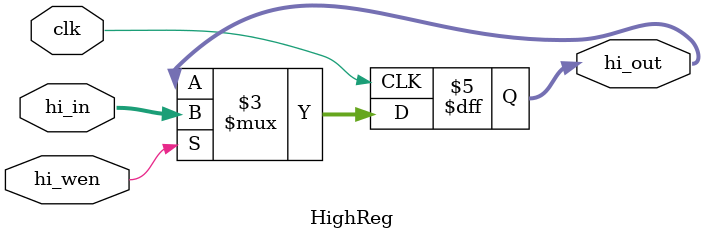
<source format=v>
`timescale 1ns / 1ps


module HighReg(

    input  clk,
    
    // HI¼Ä´æÆ÷Ð´Ê¹ÄÜ
    input  hi_wen,
    
    // Êý¾ÝËÍÈë
    input      [31: 0] hi_in,
    
    // Êý¾ÝÊä³ö
    output reg [31: 0] hi_out
    );
    
    initial
    begin
        hi_out <= 32'b0;
    end
    
    always @(posedge clk)
    begin
        if (hi_wen)
        begin
            hi_out <= hi_in;
        end
    end
    
endmodule

</source>
